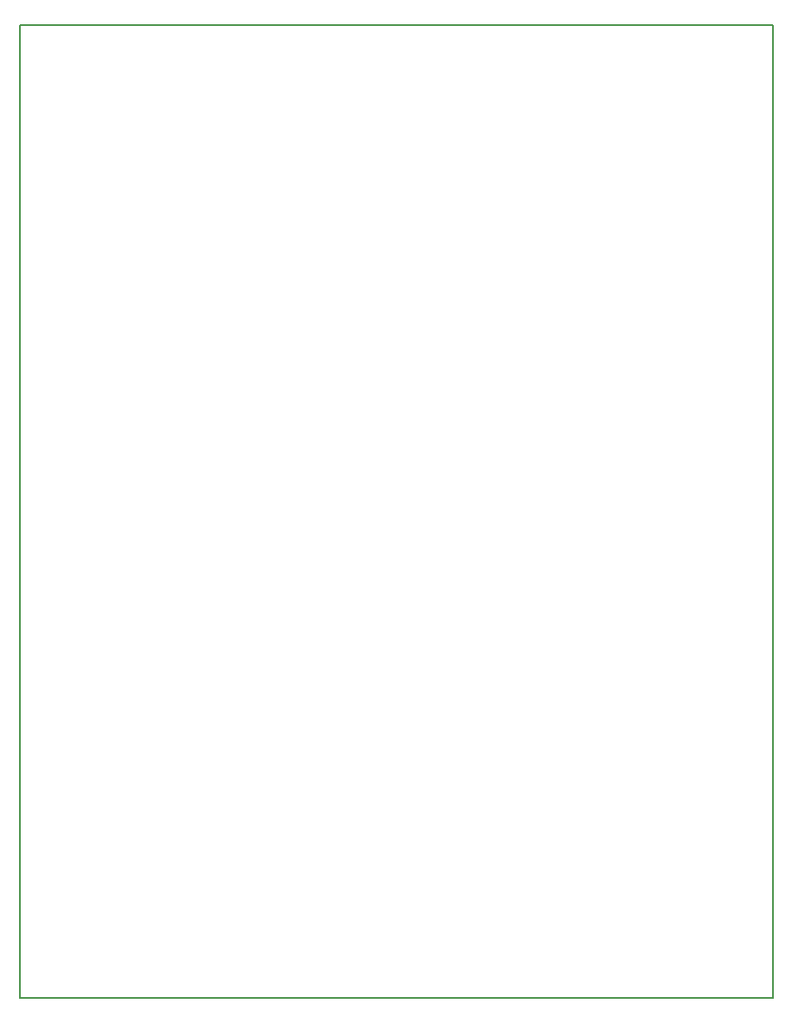
<source format=gm1>
G04 #@! TF.FileFunction,Profile,NP*
%FSLAX46Y46*%
G04 Gerber Fmt 4.6, Leading zero omitted, Abs format (unit mm)*
G04 Created by KiCad (PCBNEW 201609150817+7155~55~ubuntu16.04.1-) date Thu Sep 29 09:43:48 2016*
%MOMM*%
%LPD*%
G01*
G04 APERTURE LIST*
%ADD10C,0.100000*%
%ADD11C,0.150000*%
G04 APERTURE END LIST*
D10*
D11*
X124460000Y-152400000D02*
X124460000Y-57150000D01*
X50800000Y-152400000D02*
X124460000Y-152400000D01*
X50800000Y-57150000D02*
X50800000Y-152400000D01*
X124460000Y-57150000D02*
X50800000Y-57150000D01*
M02*

</source>
